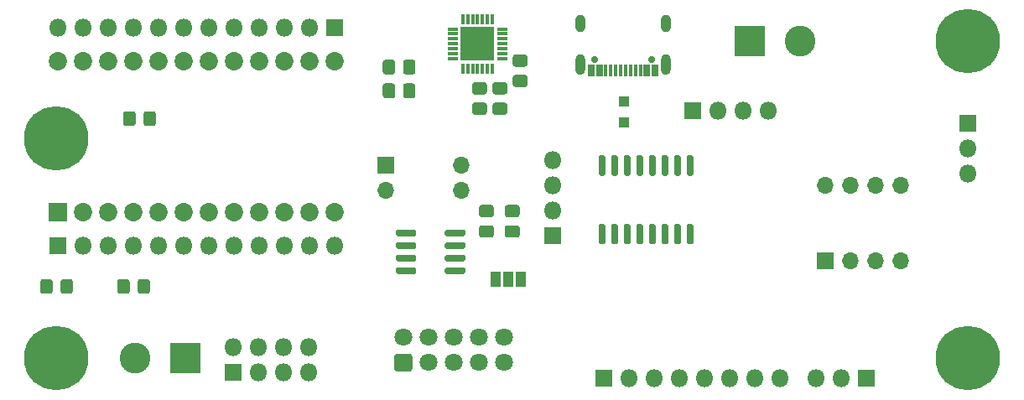
<source format=gbr>
%TF.GenerationSoftware,KiCad,Pcbnew,(5.1.6)-1*%
%TF.CreationDate,2021-01-14T00:20:57+08:00*%
%TF.ProjectId,micro-mp,6d696372-6f2d-46d7-902e-6b696361645f,v0.4*%
%TF.SameCoordinates,Original*%
%TF.FileFunction,Soldermask,Bot*%
%TF.FilePolarity,Negative*%
%FSLAX46Y46*%
G04 Gerber Fmt 4.6, Leading zero omitted, Abs format (unit mm)*
G04 Created by KiCad (PCBNEW (5.1.6)-1) date 2021-01-14 00:20:57*
%MOMM*%
%LPD*%
G01*
G04 APERTURE LIST*
%ADD10C,1.854200*%
%ADD11R,1.854200X1.854200*%
%ADD12C,1.801600*%
%ADD13O,1.801600X1.801600*%
%ADD14R,1.801600X1.801600*%
%ADD15O,1.701600X1.701600*%
%ADD16R,1.701600X1.701600*%
%ADD17R,1.101600X1.101600*%
%ADD18R,1.101600X1.601600*%
%ADD19R,3.501600X3.501600*%
%ADD20R,0.401600X1.101600*%
%ADD21R,1.101600X0.401600*%
%ADD22O,1.001600X2.101600*%
%ADD23O,1.001600X1.801600*%
%ADD24R,0.401600X1.261600*%
%ADD25C,0.701600*%
%ADD26R,0.701600X1.261600*%
%ADD27C,3.101600*%
%ADD28R,3.101600X3.101600*%
%ADD29C,6.501600*%
G04 APERTURE END LIST*
D10*
%TO.C,U1*%
X108141000Y-77026000D03*
X136081000Y-92266000D03*
X110681000Y-77026000D03*
X113221000Y-77026000D03*
X115761000Y-77026000D03*
X118301000Y-77026000D03*
X120841000Y-77026000D03*
X123381000Y-77026000D03*
X125921000Y-77026000D03*
X128461000Y-77026000D03*
X131001000Y-77026000D03*
X133541000Y-77026000D03*
X136081000Y-77026000D03*
X133541000Y-92266000D03*
X131001000Y-92266000D03*
X128461000Y-92266000D03*
X125921000Y-92266000D03*
X123381000Y-92266000D03*
X120841000Y-92266000D03*
X118301000Y-92266000D03*
X115761000Y-92266000D03*
X113221000Y-92266000D03*
X110681000Y-92266000D03*
D11*
X108141000Y-92266000D03*
%TD*%
D12*
%TO.C,J4*%
X153162000Y-104902000D03*
X150622000Y-104902000D03*
X148082000Y-104902000D03*
X145542000Y-104902000D03*
X143002000Y-104902000D03*
X153162000Y-107442000D03*
X150622000Y-107442000D03*
X148082000Y-107442000D03*
X145542000Y-107442000D03*
G36*
G01*
X143637859Y-108342800D02*
X142366141Y-108342800D01*
G75*
G02*
X142101200Y-108077859I0J264941D01*
G01*
X142101200Y-106806141D01*
G75*
G02*
X142366141Y-106541200I264941J0D01*
G01*
X143637859Y-106541200D01*
G75*
G02*
X143902800Y-106806141I0J-264941D01*
G01*
X143902800Y-108077859D01*
G75*
G02*
X143637859Y-108342800I-264941J0D01*
G01*
G37*
%TD*%
%TO.C,R11*%
G36*
G01*
X116174200Y-100228714D02*
X116174200Y-99271286D01*
G75*
G02*
X116446286Y-98999200I272086J0D01*
G01*
X117153714Y-98999200D01*
G75*
G02*
X117425800Y-99271286I0J-272086D01*
G01*
X117425800Y-100228714D01*
G75*
G02*
X117153714Y-100500800I-272086J0D01*
G01*
X116446286Y-100500800D01*
G75*
G02*
X116174200Y-100228714I0J272086D01*
G01*
G37*
G36*
G01*
X114124200Y-100228714D02*
X114124200Y-99271286D01*
G75*
G02*
X114396286Y-98999200I272086J0D01*
G01*
X115103714Y-98999200D01*
G75*
G02*
X115375800Y-99271286I0J-272086D01*
G01*
X115375800Y-100228714D01*
G75*
G02*
X115103714Y-100500800I-272086J0D01*
G01*
X114396286Y-100500800D01*
G75*
G02*
X114124200Y-100228714I0J272086D01*
G01*
G37*
%TD*%
%TO.C,R10*%
G36*
G01*
X107600800Y-99271286D02*
X107600800Y-100228714D01*
G75*
G02*
X107328714Y-100500800I-272086J0D01*
G01*
X106621286Y-100500800D01*
G75*
G02*
X106349200Y-100228714I0J272086D01*
G01*
X106349200Y-99271286D01*
G75*
G02*
X106621286Y-98999200I272086J0D01*
G01*
X107328714Y-98999200D01*
G75*
G02*
X107600800Y-99271286I0J-272086D01*
G01*
G37*
G36*
G01*
X109650800Y-99271286D02*
X109650800Y-100228714D01*
G75*
G02*
X109378714Y-100500800I-272086J0D01*
G01*
X108671286Y-100500800D01*
G75*
G02*
X108399200Y-100228714I0J272086D01*
G01*
X108399200Y-99271286D01*
G75*
G02*
X108671286Y-98999200I272086J0D01*
G01*
X109378714Y-98999200D01*
G75*
G02*
X109650800Y-99271286I0J-272086D01*
G01*
G37*
%TD*%
%TO.C,U4*%
G36*
G01*
X147199200Y-98330400D02*
X147199200Y-97979600D01*
G75*
G02*
X147374600Y-97804200I175400J0D01*
G01*
X149075400Y-97804200D01*
G75*
G02*
X149250800Y-97979600I0J-175400D01*
G01*
X149250800Y-98330400D01*
G75*
G02*
X149075400Y-98505800I-175400J0D01*
G01*
X147374600Y-98505800D01*
G75*
G02*
X147199200Y-98330400I0J175400D01*
G01*
G37*
G36*
G01*
X147199200Y-97060400D02*
X147199200Y-96709600D01*
G75*
G02*
X147374600Y-96534200I175400J0D01*
G01*
X149075400Y-96534200D01*
G75*
G02*
X149250800Y-96709600I0J-175400D01*
G01*
X149250800Y-97060400D01*
G75*
G02*
X149075400Y-97235800I-175400J0D01*
G01*
X147374600Y-97235800D01*
G75*
G02*
X147199200Y-97060400I0J175400D01*
G01*
G37*
G36*
G01*
X147199200Y-95790400D02*
X147199200Y-95439600D01*
G75*
G02*
X147374600Y-95264200I175400J0D01*
G01*
X149075400Y-95264200D01*
G75*
G02*
X149250800Y-95439600I0J-175400D01*
G01*
X149250800Y-95790400D01*
G75*
G02*
X149075400Y-95965800I-175400J0D01*
G01*
X147374600Y-95965800D01*
G75*
G02*
X147199200Y-95790400I0J175400D01*
G01*
G37*
G36*
G01*
X147199200Y-94520400D02*
X147199200Y-94169600D01*
G75*
G02*
X147374600Y-93994200I175400J0D01*
G01*
X149075400Y-93994200D01*
G75*
G02*
X149250800Y-94169600I0J-175400D01*
G01*
X149250800Y-94520400D01*
G75*
G02*
X149075400Y-94695800I-175400J0D01*
G01*
X147374600Y-94695800D01*
G75*
G02*
X147199200Y-94520400I0J175400D01*
G01*
G37*
G36*
G01*
X142249200Y-94520400D02*
X142249200Y-94169600D01*
G75*
G02*
X142424600Y-93994200I175400J0D01*
G01*
X144125400Y-93994200D01*
G75*
G02*
X144300800Y-94169600I0J-175400D01*
G01*
X144300800Y-94520400D01*
G75*
G02*
X144125400Y-94695800I-175400J0D01*
G01*
X142424600Y-94695800D01*
G75*
G02*
X142249200Y-94520400I0J175400D01*
G01*
G37*
G36*
G01*
X142249200Y-95790400D02*
X142249200Y-95439600D01*
G75*
G02*
X142424600Y-95264200I175400J0D01*
G01*
X144125400Y-95264200D01*
G75*
G02*
X144300800Y-95439600I0J-175400D01*
G01*
X144300800Y-95790400D01*
G75*
G02*
X144125400Y-95965800I-175400J0D01*
G01*
X142424600Y-95965800D01*
G75*
G02*
X142249200Y-95790400I0J175400D01*
G01*
G37*
G36*
G01*
X142249200Y-97060400D02*
X142249200Y-96709600D01*
G75*
G02*
X142424600Y-96534200I175400J0D01*
G01*
X144125400Y-96534200D01*
G75*
G02*
X144300800Y-96709600I0J-175400D01*
G01*
X144300800Y-97060400D01*
G75*
G02*
X144125400Y-97235800I-175400J0D01*
G01*
X142424600Y-97235800D01*
G75*
G02*
X142249200Y-97060400I0J175400D01*
G01*
G37*
G36*
G01*
X142249200Y-98330400D02*
X142249200Y-97979600D01*
G75*
G02*
X142424600Y-97804200I175400J0D01*
G01*
X144125400Y-97804200D01*
G75*
G02*
X144300800Y-97979600I0J-175400D01*
G01*
X144300800Y-98330400D01*
G75*
G02*
X144125400Y-98505800I-175400J0D01*
G01*
X142424600Y-98505800D01*
G75*
G02*
X142249200Y-98330400I0J175400D01*
G01*
G37*
%TD*%
D13*
%TO.C,J12*%
X181030000Y-109000000D03*
X178490000Y-109000000D03*
X175950000Y-109000000D03*
X173410000Y-109000000D03*
X170870000Y-109000000D03*
X168330000Y-109000000D03*
X165790000Y-109000000D03*
D14*
X163250000Y-109000000D03*
%TD*%
D15*
%TO.C,SW8*%
X148870000Y-87500000D03*
X141250000Y-90040000D03*
X148870000Y-90040000D03*
D16*
X141250000Y-87500000D03*
%TD*%
%TO.C,U5*%
G36*
G01*
X172120400Y-88575800D02*
X171769600Y-88575800D01*
G75*
G02*
X171594200Y-88400400I0J175400D01*
G01*
X171594200Y-86674600D01*
G75*
G02*
X171769600Y-86499200I175400J0D01*
G01*
X172120400Y-86499200D01*
G75*
G02*
X172295800Y-86674600I0J-175400D01*
G01*
X172295800Y-88400400D01*
G75*
G02*
X172120400Y-88575800I-175400J0D01*
G01*
G37*
G36*
G01*
X170850400Y-88575800D02*
X170499600Y-88575800D01*
G75*
G02*
X170324200Y-88400400I0J175400D01*
G01*
X170324200Y-86674600D01*
G75*
G02*
X170499600Y-86499200I175400J0D01*
G01*
X170850400Y-86499200D01*
G75*
G02*
X171025800Y-86674600I0J-175400D01*
G01*
X171025800Y-88400400D01*
G75*
G02*
X170850400Y-88575800I-175400J0D01*
G01*
G37*
G36*
G01*
X169580400Y-88575800D02*
X169229600Y-88575800D01*
G75*
G02*
X169054200Y-88400400I0J175400D01*
G01*
X169054200Y-86674600D01*
G75*
G02*
X169229600Y-86499200I175400J0D01*
G01*
X169580400Y-86499200D01*
G75*
G02*
X169755800Y-86674600I0J-175400D01*
G01*
X169755800Y-88400400D01*
G75*
G02*
X169580400Y-88575800I-175400J0D01*
G01*
G37*
G36*
G01*
X168310400Y-88575800D02*
X167959600Y-88575800D01*
G75*
G02*
X167784200Y-88400400I0J175400D01*
G01*
X167784200Y-86674600D01*
G75*
G02*
X167959600Y-86499200I175400J0D01*
G01*
X168310400Y-86499200D01*
G75*
G02*
X168485800Y-86674600I0J-175400D01*
G01*
X168485800Y-88400400D01*
G75*
G02*
X168310400Y-88575800I-175400J0D01*
G01*
G37*
G36*
G01*
X167040400Y-88575800D02*
X166689600Y-88575800D01*
G75*
G02*
X166514200Y-88400400I0J175400D01*
G01*
X166514200Y-86674600D01*
G75*
G02*
X166689600Y-86499200I175400J0D01*
G01*
X167040400Y-86499200D01*
G75*
G02*
X167215800Y-86674600I0J-175400D01*
G01*
X167215800Y-88400400D01*
G75*
G02*
X167040400Y-88575800I-175400J0D01*
G01*
G37*
G36*
G01*
X165770400Y-88575800D02*
X165419600Y-88575800D01*
G75*
G02*
X165244200Y-88400400I0J175400D01*
G01*
X165244200Y-86674600D01*
G75*
G02*
X165419600Y-86499200I175400J0D01*
G01*
X165770400Y-86499200D01*
G75*
G02*
X165945800Y-86674600I0J-175400D01*
G01*
X165945800Y-88400400D01*
G75*
G02*
X165770400Y-88575800I-175400J0D01*
G01*
G37*
G36*
G01*
X164500400Y-88575800D02*
X164149600Y-88575800D01*
G75*
G02*
X163974200Y-88400400I0J175400D01*
G01*
X163974200Y-86674600D01*
G75*
G02*
X164149600Y-86499200I175400J0D01*
G01*
X164500400Y-86499200D01*
G75*
G02*
X164675800Y-86674600I0J-175400D01*
G01*
X164675800Y-88400400D01*
G75*
G02*
X164500400Y-88575800I-175400J0D01*
G01*
G37*
G36*
G01*
X163230400Y-88575800D02*
X162879600Y-88575800D01*
G75*
G02*
X162704200Y-88400400I0J175400D01*
G01*
X162704200Y-86674600D01*
G75*
G02*
X162879600Y-86499200I175400J0D01*
G01*
X163230400Y-86499200D01*
G75*
G02*
X163405800Y-86674600I0J-175400D01*
G01*
X163405800Y-88400400D01*
G75*
G02*
X163230400Y-88575800I-175400J0D01*
G01*
G37*
G36*
G01*
X163230400Y-95500800D02*
X162879600Y-95500800D01*
G75*
G02*
X162704200Y-95325400I0J175400D01*
G01*
X162704200Y-93599600D01*
G75*
G02*
X162879600Y-93424200I175400J0D01*
G01*
X163230400Y-93424200D01*
G75*
G02*
X163405800Y-93599600I0J-175400D01*
G01*
X163405800Y-95325400D01*
G75*
G02*
X163230400Y-95500800I-175400J0D01*
G01*
G37*
G36*
G01*
X164500400Y-95500800D02*
X164149600Y-95500800D01*
G75*
G02*
X163974200Y-95325400I0J175400D01*
G01*
X163974200Y-93599600D01*
G75*
G02*
X164149600Y-93424200I175400J0D01*
G01*
X164500400Y-93424200D01*
G75*
G02*
X164675800Y-93599600I0J-175400D01*
G01*
X164675800Y-95325400D01*
G75*
G02*
X164500400Y-95500800I-175400J0D01*
G01*
G37*
G36*
G01*
X165770400Y-95500800D02*
X165419600Y-95500800D01*
G75*
G02*
X165244200Y-95325400I0J175400D01*
G01*
X165244200Y-93599600D01*
G75*
G02*
X165419600Y-93424200I175400J0D01*
G01*
X165770400Y-93424200D01*
G75*
G02*
X165945800Y-93599600I0J-175400D01*
G01*
X165945800Y-95325400D01*
G75*
G02*
X165770400Y-95500800I-175400J0D01*
G01*
G37*
G36*
G01*
X167040400Y-95500800D02*
X166689600Y-95500800D01*
G75*
G02*
X166514200Y-95325400I0J175400D01*
G01*
X166514200Y-93599600D01*
G75*
G02*
X166689600Y-93424200I175400J0D01*
G01*
X167040400Y-93424200D01*
G75*
G02*
X167215800Y-93599600I0J-175400D01*
G01*
X167215800Y-95325400D01*
G75*
G02*
X167040400Y-95500800I-175400J0D01*
G01*
G37*
G36*
G01*
X168310400Y-95500800D02*
X167959600Y-95500800D01*
G75*
G02*
X167784200Y-95325400I0J175400D01*
G01*
X167784200Y-93599600D01*
G75*
G02*
X167959600Y-93424200I175400J0D01*
G01*
X168310400Y-93424200D01*
G75*
G02*
X168485800Y-93599600I0J-175400D01*
G01*
X168485800Y-95325400D01*
G75*
G02*
X168310400Y-95500800I-175400J0D01*
G01*
G37*
G36*
G01*
X169580400Y-95500800D02*
X169229600Y-95500800D01*
G75*
G02*
X169054200Y-95325400I0J175400D01*
G01*
X169054200Y-93599600D01*
G75*
G02*
X169229600Y-93424200I175400J0D01*
G01*
X169580400Y-93424200D01*
G75*
G02*
X169755800Y-93599600I0J-175400D01*
G01*
X169755800Y-95325400D01*
G75*
G02*
X169580400Y-95500800I-175400J0D01*
G01*
G37*
G36*
G01*
X170850400Y-95500800D02*
X170499600Y-95500800D01*
G75*
G02*
X170324200Y-95325400I0J175400D01*
G01*
X170324200Y-93599600D01*
G75*
G02*
X170499600Y-93424200I175400J0D01*
G01*
X170850400Y-93424200D01*
G75*
G02*
X171025800Y-93599600I0J-175400D01*
G01*
X171025800Y-95325400D01*
G75*
G02*
X170850400Y-95500800I-175400J0D01*
G01*
G37*
G36*
G01*
X172120400Y-95500800D02*
X171769600Y-95500800D01*
G75*
G02*
X171594200Y-95325400I0J175400D01*
G01*
X171594200Y-93599600D01*
G75*
G02*
X171769600Y-93424200I175400J0D01*
G01*
X172120400Y-93424200D01*
G75*
G02*
X172295800Y-93599600I0J-175400D01*
G01*
X172295800Y-95325400D01*
G75*
G02*
X172120400Y-95500800I-175400J0D01*
G01*
G37*
%TD*%
D17*
%TO.C,TP2*%
X165300000Y-83200000D03*
%TD*%
%TO.C,TP1*%
X165300000Y-81100000D03*
%TD*%
%TO.C,R8*%
G36*
G01*
X142175800Y-79521286D02*
X142175800Y-80478714D01*
G75*
G02*
X141903714Y-80750800I-272086J0D01*
G01*
X141196286Y-80750800D01*
G75*
G02*
X140924200Y-80478714I0J272086D01*
G01*
X140924200Y-79521286D01*
G75*
G02*
X141196286Y-79249200I272086J0D01*
G01*
X141903714Y-79249200D01*
G75*
G02*
X142175800Y-79521286I0J-272086D01*
G01*
G37*
G36*
G01*
X144225800Y-79521286D02*
X144225800Y-80478714D01*
G75*
G02*
X143953714Y-80750800I-272086J0D01*
G01*
X143246286Y-80750800D01*
G75*
G02*
X142974200Y-80478714I0J272086D01*
G01*
X142974200Y-79521286D01*
G75*
G02*
X143246286Y-79249200I272086J0D01*
G01*
X143953714Y-79249200D01*
G75*
G02*
X144225800Y-79521286I0J-272086D01*
G01*
G37*
%TD*%
%TO.C,R7*%
G36*
G01*
X151878714Y-92775800D02*
X150921286Y-92775800D01*
G75*
G02*
X150649200Y-92503714I0J272086D01*
G01*
X150649200Y-91796286D01*
G75*
G02*
X150921286Y-91524200I272086J0D01*
G01*
X151878714Y-91524200D01*
G75*
G02*
X152150800Y-91796286I0J-272086D01*
G01*
X152150800Y-92503714D01*
G75*
G02*
X151878714Y-92775800I-272086J0D01*
G01*
G37*
G36*
G01*
X151878714Y-94825800D02*
X150921286Y-94825800D01*
G75*
G02*
X150649200Y-94553714I0J272086D01*
G01*
X150649200Y-93846286D01*
G75*
G02*
X150921286Y-93574200I272086J0D01*
G01*
X151878714Y-93574200D01*
G75*
G02*
X152150800Y-93846286I0J-272086D01*
G01*
X152150800Y-94553714D01*
G75*
G02*
X151878714Y-94825800I-272086J0D01*
G01*
G37*
%TD*%
%TO.C,R5*%
G36*
G01*
X154478714Y-92775800D02*
X153521286Y-92775800D01*
G75*
G02*
X153249200Y-92503714I0J272086D01*
G01*
X153249200Y-91796286D01*
G75*
G02*
X153521286Y-91524200I272086J0D01*
G01*
X154478714Y-91524200D01*
G75*
G02*
X154750800Y-91796286I0J-272086D01*
G01*
X154750800Y-92503714D01*
G75*
G02*
X154478714Y-92775800I-272086J0D01*
G01*
G37*
G36*
G01*
X154478714Y-94825800D02*
X153521286Y-94825800D01*
G75*
G02*
X153249200Y-94553714I0J272086D01*
G01*
X153249200Y-93846286D01*
G75*
G02*
X153521286Y-93574200I272086J0D01*
G01*
X154478714Y-93574200D01*
G75*
G02*
X154750800Y-93846286I0J-272086D01*
G01*
X154750800Y-94553714D01*
G75*
G02*
X154478714Y-94825800I-272086J0D01*
G01*
G37*
%TD*%
D18*
%TO.C,JP11*%
X153600000Y-99000000D03*
X154900000Y-99000000D03*
X152300000Y-99000000D03*
%TD*%
%TO.C,C6*%
G36*
G01*
X142974200Y-78078714D02*
X142974200Y-77121286D01*
G75*
G02*
X143246286Y-76849200I272086J0D01*
G01*
X143953714Y-76849200D01*
G75*
G02*
X144225800Y-77121286I0J-272086D01*
G01*
X144225800Y-78078714D01*
G75*
G02*
X143953714Y-78350800I-272086J0D01*
G01*
X143246286Y-78350800D01*
G75*
G02*
X142974200Y-78078714I0J272086D01*
G01*
G37*
G36*
G01*
X140924200Y-78078714D02*
X140924200Y-77121286D01*
G75*
G02*
X141196286Y-76849200I272086J0D01*
G01*
X141903714Y-76849200D01*
G75*
G02*
X142175800Y-77121286I0J-272086D01*
G01*
X142175800Y-78078714D01*
G75*
G02*
X141903714Y-78350800I-272086J0D01*
G01*
X141196286Y-78350800D01*
G75*
G02*
X140924200Y-78078714I0J272086D01*
G01*
G37*
%TD*%
D19*
%TO.C,U3*%
X150500000Y-75250000D03*
D20*
X152000000Y-72750000D03*
X151500000Y-72750000D03*
X151000000Y-72750000D03*
X150500000Y-72750000D03*
X150000000Y-72750000D03*
X149500000Y-72750000D03*
D21*
X148000000Y-73750000D03*
X148000000Y-74250000D03*
X148000000Y-74750000D03*
X148000000Y-75250000D03*
X148000000Y-75750000D03*
X148000000Y-76250000D03*
D20*
X149000000Y-77750000D03*
X149500000Y-77750000D03*
X150000000Y-77750000D03*
X150500000Y-77750000D03*
X151000000Y-77750000D03*
X151500000Y-77750000D03*
D21*
X153000000Y-76750000D03*
X153000000Y-76250000D03*
X153000000Y-75750000D03*
X153000000Y-75250000D03*
X153000000Y-74750000D03*
X153000000Y-74250000D03*
X153000000Y-73750000D03*
D20*
X152000000Y-77750000D03*
D21*
X148000000Y-76750000D03*
D20*
X149000000Y-72750000D03*
%TD*%
D22*
%TO.C,J11*%
X160880000Y-77330000D03*
X169520000Y-77330000D03*
D23*
X160880000Y-73160000D03*
X169520000Y-73160000D03*
D24*
X164450000Y-77910000D03*
X164950000Y-77910000D03*
X165450000Y-77910000D03*
X163450000Y-77910000D03*
X163950000Y-77910000D03*
X166450000Y-77910000D03*
X165950000Y-77910000D03*
X166950000Y-77910000D03*
D25*
X168090000Y-76850000D03*
X162310000Y-76850000D03*
D26*
X162800000Y-77910000D03*
X162800000Y-77910000D03*
X162000000Y-77910000D03*
X162000000Y-77910000D03*
X167600000Y-77910000D03*
X168400000Y-77910000D03*
X167600000Y-77910000D03*
X168400000Y-77910000D03*
%TD*%
%TO.C,F1*%
G36*
G01*
X115975800Y-82321286D02*
X115975800Y-83278714D01*
G75*
G02*
X115703714Y-83550800I-272086J0D01*
G01*
X114996286Y-83550800D01*
G75*
G02*
X114724200Y-83278714I0J272086D01*
G01*
X114724200Y-82321286D01*
G75*
G02*
X114996286Y-82049200I272086J0D01*
G01*
X115703714Y-82049200D01*
G75*
G02*
X115975800Y-82321286I0J-272086D01*
G01*
G37*
G36*
G01*
X118025800Y-82321286D02*
X118025800Y-83278714D01*
G75*
G02*
X117753714Y-83550800I-272086J0D01*
G01*
X117046286Y-83550800D01*
G75*
G02*
X116774200Y-83278714I0J272086D01*
G01*
X116774200Y-82321286D01*
G75*
G02*
X117046286Y-82049200I272086J0D01*
G01*
X117753714Y-82049200D01*
G75*
G02*
X118025800Y-82321286I0J-272086D01*
G01*
G37*
%TD*%
%TO.C,C5*%
G36*
G01*
X154321286Y-78374200D02*
X155278714Y-78374200D01*
G75*
G02*
X155550800Y-78646286I0J-272086D01*
G01*
X155550800Y-79353714D01*
G75*
G02*
X155278714Y-79625800I-272086J0D01*
G01*
X154321286Y-79625800D01*
G75*
G02*
X154049200Y-79353714I0J272086D01*
G01*
X154049200Y-78646286D01*
G75*
G02*
X154321286Y-78374200I272086J0D01*
G01*
G37*
G36*
G01*
X154321286Y-76324200D02*
X155278714Y-76324200D01*
G75*
G02*
X155550800Y-76596286I0J-272086D01*
G01*
X155550800Y-77303714D01*
G75*
G02*
X155278714Y-77575800I-272086J0D01*
G01*
X154321286Y-77575800D01*
G75*
G02*
X154049200Y-77303714I0J272086D01*
G01*
X154049200Y-76596286D01*
G75*
G02*
X154321286Y-76324200I272086J0D01*
G01*
G37*
%TD*%
%TO.C,C4*%
G36*
G01*
X150221286Y-81174200D02*
X151178714Y-81174200D01*
G75*
G02*
X151450800Y-81446286I0J-272086D01*
G01*
X151450800Y-82153714D01*
G75*
G02*
X151178714Y-82425800I-272086J0D01*
G01*
X150221286Y-82425800D01*
G75*
G02*
X149949200Y-82153714I0J272086D01*
G01*
X149949200Y-81446286D01*
G75*
G02*
X150221286Y-81174200I272086J0D01*
G01*
G37*
G36*
G01*
X150221286Y-79124200D02*
X151178714Y-79124200D01*
G75*
G02*
X151450800Y-79396286I0J-272086D01*
G01*
X151450800Y-80103714D01*
G75*
G02*
X151178714Y-80375800I-272086J0D01*
G01*
X150221286Y-80375800D01*
G75*
G02*
X149949200Y-80103714I0J272086D01*
G01*
X149949200Y-79396286D01*
G75*
G02*
X150221286Y-79124200I272086J0D01*
G01*
G37*
%TD*%
%TO.C,C3*%
G36*
G01*
X152271286Y-81174200D02*
X153228714Y-81174200D01*
G75*
G02*
X153500800Y-81446286I0J-272086D01*
G01*
X153500800Y-82153714D01*
G75*
G02*
X153228714Y-82425800I-272086J0D01*
G01*
X152271286Y-82425800D01*
G75*
G02*
X151999200Y-82153714I0J272086D01*
G01*
X151999200Y-81446286D01*
G75*
G02*
X152271286Y-81174200I272086J0D01*
G01*
G37*
G36*
G01*
X152271286Y-79124200D02*
X153228714Y-79124200D01*
G75*
G02*
X153500800Y-79396286I0J-272086D01*
G01*
X153500800Y-80103714D01*
G75*
G02*
X153228714Y-80375800I-272086J0D01*
G01*
X152271286Y-80375800D01*
G75*
G02*
X151999200Y-80103714I0J272086D01*
G01*
X151999200Y-79396286D01*
G75*
G02*
X152271286Y-79124200I272086J0D01*
G01*
G37*
%TD*%
D27*
%TO.C,J10*%
X183080000Y-75000000D03*
D28*
X178000000Y-75000000D03*
%TD*%
D27*
%TO.C,J1*%
X115920000Y-107000000D03*
D28*
X121000000Y-107000000D03*
%TD*%
D13*
%TO.C,J2*%
X133446000Y-105897000D03*
X133446000Y-108437000D03*
X130906000Y-105897000D03*
X130906000Y-108437000D03*
X128366000Y-105897000D03*
X128366000Y-108437000D03*
X125826000Y-105897000D03*
D14*
X125826000Y-108437000D03*
%TD*%
D13*
%TO.C,J9*%
X158100000Y-86980000D03*
X158100000Y-89520000D03*
X158100000Y-92060000D03*
D14*
X158100000Y-94600000D03*
%TD*%
D13*
%TO.C,J7*%
X179832000Y-82042000D03*
X177292000Y-82042000D03*
X174752000Y-82042000D03*
D14*
X172212000Y-82042000D03*
%TD*%
D29*
%TO.C,H4*%
X200000000Y-107000000D03*
%TD*%
%TO.C,H3*%
X108000000Y-107000000D03*
%TD*%
%TO.C,H2*%
X200000000Y-75000000D03*
%TD*%
%TO.C,H1*%
X108000000Y-84836000D03*
%TD*%
D13*
%TO.C,J3*%
X136081000Y-95600000D03*
X133541000Y-95600000D03*
X131001000Y-95600000D03*
X128461000Y-95600000D03*
X125921000Y-95600000D03*
X123381000Y-95600000D03*
X120841000Y-95600000D03*
X118301000Y-95600000D03*
X115761000Y-95600000D03*
X113221000Y-95600000D03*
X110681000Y-95600000D03*
D14*
X108141000Y-95600000D03*
%TD*%
%TO.C,J5*%
X136081000Y-73600000D03*
D13*
X133541000Y-73600000D03*
X131001000Y-73600000D03*
X128461000Y-73600000D03*
X125921000Y-73600000D03*
X123381000Y-73600000D03*
X120841000Y-73600000D03*
X118301000Y-73600000D03*
X115761000Y-73600000D03*
X113221000Y-73600000D03*
X110681000Y-73600000D03*
X108141000Y-73600000D03*
%TD*%
%TO.C,J6*%
X184670000Y-109000000D03*
X187210000Y-109000000D03*
D14*
X189750000Y-109000000D03*
%TD*%
%TO.C,J8*%
X200000000Y-83300000D03*
D13*
X200000000Y-85840000D03*
X200000000Y-88380000D03*
%TD*%
D16*
%TO.C,U2*%
X185600000Y-97200000D03*
D15*
X193220000Y-89580000D03*
X188140000Y-97200000D03*
X190680000Y-89580000D03*
X190680000Y-97200000D03*
X188140000Y-89580000D03*
X193220000Y-97200000D03*
X185600000Y-89580000D03*
%TD*%
M02*

</source>
